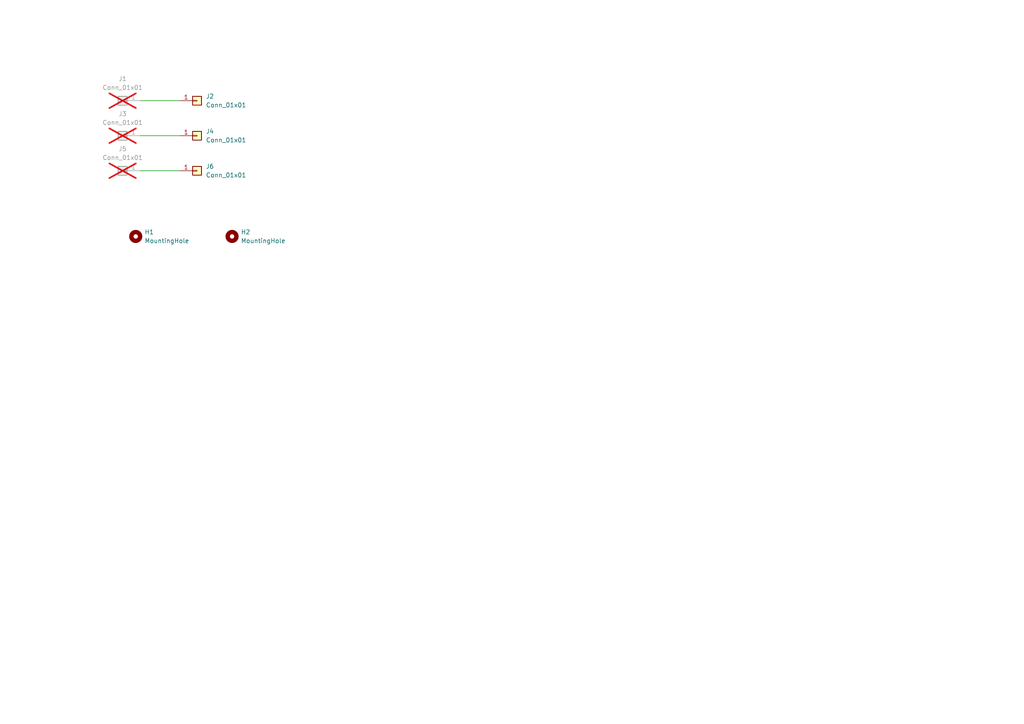
<source format=kicad_sch>
(kicad_sch (version 20231120) (generator "eeschema") (generator_version "8.0")
  (paper "A4")
  (lib_symbols
    (symbol "Connector_Generic:Conn_01x01" (pin_names (offset 1.016) hide)
      (property "Reference" "J" (at 0 2.54 0))
      (property "Value" "Conn_01x01" (at 0 -2.54 0))
      (symbol "Conn_01x01_1_1"
        (rectangle (start -1.27 0.127) (end 0 -0.127) (stroke (width 0.1524)))
        (rectangle (start -1.27 1.27) (end 1.27 -1.27) (stroke (width 0.254)) (fill (type background)))
        (pin passive line (at -5.08 0 0) (length 3.81) (name "Pin_1") (number "1"))
      )
    )
    (symbol "Mechanical:MountingHole" (pin_names (offset 1.016)) (exclude_from_sim yes) (in_bom no)
      (property "Reference" "H" (at 0 5.08 0))
      (property "Value" "MountingHole" (at 0 3.175 0))
      (symbol "MountingHole_0_1"
        (circle (center 0 0) (radius 1.27) (stroke (width 1.27)))
      )
    )
  )
  (wire (pts (xy 52.07 39.37) (xy 40.64 39.37)))
  (wire (pts (xy 52.07 49.53) (xy 40.64 49.53)))
  (wire (pts (xy 52.07 29.21) (xy 40.64 29.21)))
  (symbol (lib_id "Connector_Generic:Conn_01x01") (at 57.15 39.37 0) (unit 1)
    (property "Reference" "J4" (at 59.69 38.0999 0) (effects (justify left)))
    (property "Value" "Conn_01x01" (at 59.69 40.6399 0) (effects (justify left)))
    (property "Footprint" "my-conn-pad:PinHeader_1x01_P2.54mm_Vertical" (effects (hide yes)))
    (property "Description" "Generic connector, single row, 01x01, script generated (kicad-library-utils/schlib/autogen/connector/)" (effects (hide yes)))
  )
  (symbol (lib_id "Connector_Generic:Conn_01x01") (at 57.15 49.53 0) (unit 1)
    (property "Reference" "J6" (at 59.69 48.2599 0) (effects (justify left)))
    (property "Value" "Conn_01x01" (at 59.69 50.7999 0) (effects (justify left)))
    (property "Footprint" "my-conn-pad:PinHeader_1x01_P2.54mm_Vertical" (effects (hide yes)))
    (property "Description" "Generic connector, single row, 01x01, script generated (kicad-library-utils/schlib/autogen/connector/)" (effects (hide yes)))
  )
  (symbol (lib_id "Connector_Generic:Conn_01x01") (at 35.56 39.37 0) (mirror y) (unit 1) (dnp yes)
    (property "Reference" "J3" (at 35.56 33.02 0))
    (property "Value" "Conn_01x01" (at 35.56 35.56 0))
    (property "Footprint" "my-conn-pad:PinHeader_1x01_P2.54mm_Vertical" (effects (hide yes)))
    (property "Description" "Generic connector, single row, 01x01, script generated (kicad-library-utils/schlib/autogen/connector/)" (effects (hide yes)))
  )
  (symbol (lib_id "Mechanical:MountingHole") (at 67.31 68.58 0) (unit 1) (exclude_from_sim yes) (in_bom no)
    (property "Reference" "H2" (at 69.85 67.3099 0) (effects (justify left)))
    (property "Value" "MountingHole" (at 69.85 69.8499 0) (effects (justify left)))
    (property "Footprint" "my_mtg_hole:hole-440-nopad" (effects (hide yes)))
    (property "Description" "Mounting Hole without connection" (effects (hide yes)))
  )
  (symbol (lib_id "Mechanical:MountingHole") (at 39.37 68.58 0) (unit 1) (exclude_from_sim yes) (in_bom no)
    (property "Reference" "H1" (at 41.91 67.3099 0) (effects (justify left)))
    (property "Value" "MountingHole" (at 41.91 69.8499 0) (effects (justify left)))
    (property "Footprint" "my_mtg_hole:hole-440-nopad" (effects (hide yes)))
    (property "Description" "Mounting Hole without connection" (effects (hide yes)))
  )
  (symbol (lib_id "Connector_Generic:Conn_01x01") (at 57.15 29.21 0) (unit 1)
    (property "Reference" "J2" (at 59.69 27.9399 0) (effects (justify left)))
    (property "Value" "Conn_01x01" (at 59.69 30.4799 0) (effects (justify left)))
    (property "Footprint" "my-conn-pad:PinHeader_1x01_P2.54mm_Vertical" (effects (hide yes)))
    (property "Description" "Generic connector, single row, 01x01, script generated (kicad-library-utils/schlib/autogen/connector/)" (effects (hide yes)))
  )
  (symbol (lib_id "Connector_Generic:Conn_01x01") (at 35.56 29.21 0) (mirror y) (unit 1) (dnp yes)
    (property "Reference" "J1" (at 35.56 22.86 0))
    (property "Value" "Conn_01x01" (at 35.56 25.4 0))
    (property "Footprint" "my-conn-pad:PinHeader_1x01_P2.54mm_Vertical" (effects (hide yes)))
    (property "Description" "Generic connector, single row, 01x01, script generated (kicad-library-utils/schlib/autogen/connector/)" (effects (hide yes)))
  )
  (symbol (lib_id "Connector_Generic:Conn_01x01") (at 35.56 49.53 0) (mirror y) (unit 1) (dnp yes)
    (property "Reference" "J5" (at 35.56 43.18 0))
    (property "Value" "Conn_01x01" (at 35.56 45.72 0))
    (property "Footprint" "my-conn-pad:PinHeader_1x01_P2.54mm_Vertical" (effects (hide yes)))
    (property "Description" "Generic connector, single row, 01x01, script generated (kicad-library-utils/schlib/autogen/connector/)" (effects (hide yes)))
  )
)
</source>
